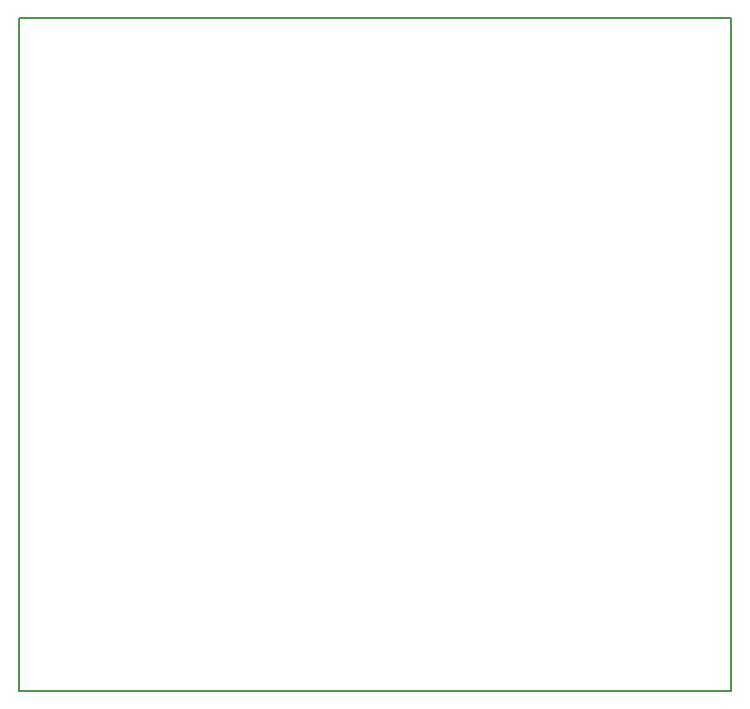
<source format=gm1>
G04 MADE WITH FRITZING*
G04 WWW.FRITZING.ORG*
G04 DOUBLE SIDED*
G04 HOLES PLATED*
G04 CONTOUR ON CENTER OF CONTOUR VECTOR*
%ASAXBY*%
%FSLAX23Y23*%
%MOIN*%
%OFA0B0*%
%SFA1.0B1.0*%
%ADD10R,2.380870X2.252220*%
%ADD11C,0.008000*%
%ADD10C,0.008*%
%LNCONTOUR*%
G90*
G70*
G54D10*
G54D11*
X4Y2248D02*
X2377Y2248D01*
X2377Y4D01*
X4Y4D01*
X4Y2248D01*
D02*
G04 End of contour*
M02*
</source>
